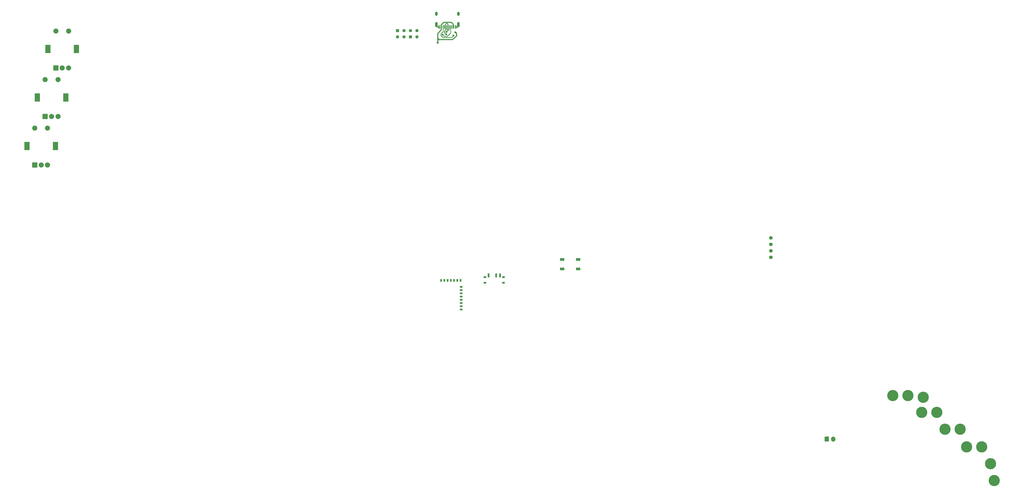
<source format=gbr>
%TF.GenerationSoftware,KiCad,Pcbnew,(5.1.10-1-10_14)*%
%TF.CreationDate,2021-05-29T20:47:56+07:00*%
%TF.ProjectId,geulis,6765756c-6973-42e6-9b69-6361645f7063,rev?*%
%TF.SameCoordinates,Original*%
%TF.FileFunction,Copper,L1,Top*%
%TF.FilePolarity,Positive*%
%FSLAX46Y46*%
G04 Gerber Fmt 4.6, Leading zero omitted, Abs format (unit mm)*
G04 Created by KiCad (PCBNEW (5.1.10-1-10_14)) date 2021-05-29 20:47:56*
%MOMM*%
%LPD*%
G01*
G04 APERTURE LIST*
%TA.AperFunction,SMDPad,CuDef*%
%ADD10R,0.600000X1.450000*%
%TD*%
%TA.AperFunction,SMDPad,CuDef*%
%ADD11R,0.300000X1.450000*%
%TD*%
%TA.AperFunction,ComponentPad*%
%ADD12O,1.000000X2.100000*%
%TD*%
%TA.AperFunction,ComponentPad*%
%ADD13O,1.000000X1.600000*%
%TD*%
%TA.AperFunction,ComponentPad*%
%ADD14R,1.000000X0.650000*%
%TD*%
%TA.AperFunction,ComponentPad*%
%ADD15R,0.650000X1.000000*%
%TD*%
%TA.AperFunction,SMDPad,CuDef*%
%ADD16R,1.700000X1.000000*%
%TD*%
%TA.AperFunction,SMDPad,CuDef*%
%ADD17R,1.000000X0.800000*%
%TD*%
%TA.AperFunction,SMDPad,CuDef*%
%ADD18R,0.700000X1.500000*%
%TD*%
%TA.AperFunction,ComponentPad*%
%ADD19C,1.397000*%
%TD*%
%TA.AperFunction,ComponentPad*%
%ADD20R,1.270000X1.270000*%
%TD*%
%TA.AperFunction,ComponentPad*%
%ADD21O,1.270000X1.270000*%
%TD*%
%TA.AperFunction,ComponentPad*%
%ADD22O,1.700000X2.000000*%
%TD*%
%TA.AperFunction,ComponentPad*%
%ADD23C,4.400000*%
%TD*%
%TA.AperFunction,ComponentPad*%
%ADD24C,2.000000*%
%TD*%
%TA.AperFunction,ComponentPad*%
%ADD25R,2.000000X3.200000*%
%TD*%
%TA.AperFunction,ComponentPad*%
%ADD26R,2.000000X2.000000*%
%TD*%
%TA.AperFunction,ViaPad*%
%ADD27C,0.800000*%
%TD*%
%TA.AperFunction,Conductor*%
%ADD28C,0.381000*%
%TD*%
%TA.AperFunction,Conductor*%
%ADD29C,0.250000*%
%TD*%
%TA.AperFunction,Conductor*%
%ADD30C,0.300000*%
%TD*%
G04 APERTURE END LIST*
D10*
%TO.P,J1,B1*%
%TO.N,GND*%
X188501809Y132008558D03*
%TO.P,J1,A9*%
%TO.N,Net-(F2-Pad2)*%
X189301809Y132008558D03*
%TO.P,J1,B9*%
X194201809Y132008558D03*
%TO.P,J1,B12*%
%TO.N,GND*%
X195001809Y132008558D03*
%TO.P,J1,A1*%
X195001809Y132008558D03*
%TO.P,J1,A4*%
%TO.N,Net-(F2-Pad2)*%
X194201809Y132008558D03*
%TO.P,J1,B4*%
X189301809Y132008558D03*
%TO.P,J1,A12*%
%TO.N,GND*%
X188501809Y132008558D03*
D11*
%TO.P,J1,B8*%
%TO.N,Net-(J1-PadB8)*%
X193501809Y132008558D03*
%TO.P,J1,A5*%
%TO.N,cc1*%
X193001809Y132008558D03*
%TO.P,J1,B7*%
%TO.N,d-*%
X192501809Y132008558D03*
%TO.P,J1,A7*%
X191501809Y132008558D03*
%TO.P,J1,B6*%
%TO.N,d+*%
X191001809Y132008558D03*
%TO.P,J1,A8*%
%TO.N,Net-(J1-PadA8)*%
X190501809Y132008558D03*
%TO.P,J1,B5*%
%TO.N,cc2*%
X190001809Y132008558D03*
%TO.P,J1,A6*%
%TO.N,d+*%
X192001809Y132008558D03*
D12*
%TO.P,J1,S1*%
%TO.N,GND*%
X187431809Y132923558D03*
X196071809Y132923558D03*
D13*
X196071809Y137103558D03*
X187431809Y137103558D03*
%TD*%
D14*
%TO.P,U3,28*%
%TO.N,SDA*%
X197122809Y29926558D03*
%TO.P,U3,30*%
%TO.N,SCL*%
X197122809Y28656558D03*
%TO.P,U3,32*%
%TO.N,/P0.20*%
X197122809Y27386558D03*
%TO.P,U3,34*%
%TO.N,/P0.22*%
X197122809Y26116558D03*
%TO.P,U3,36*%
%TO.N,LED_UNDERGLOW*%
X197122809Y24846558D03*
%TO.P,U3,38*%
%TO.N,/P1.02*%
X197122809Y23576558D03*
%TO.P,U3,40*%
%TO.N,/P1.04*%
X197122809Y22306558D03*
%TO.P,U3,42*%
%TO.N,/P1.06*%
X197122809Y21036558D03*
D15*
%TO.P,U3,14*%
%TO.N,/P0.06*%
X190518809Y32466558D03*
%TO.P,U3,12*%
%TO.N,/P0.26*%
X189248809Y32466558D03*
%TO.P,U3,20*%
%TO.N,/P0.12*%
X194328809Y32466558D03*
%TO.P,U3,16*%
%TO.N,/P0.08*%
X191788809Y32466558D03*
%TO.P,U3,22*%
%TO.N,/P0.07*%
X195598809Y32466558D03*
%TO.P,U3,24*%
%TO.N,GND*%
X196868809Y32466558D03*
%TO.P,U3,18*%
%TO.N,BATTERY_PIN*%
X193058809Y32466558D03*
%TD*%
D16*
%TO.P,SW_RESET1,2*%
%TO.N,GND*%
X243031809Y36938558D03*
X236731809Y36938558D03*
%TO.P,SW_RESET1,1*%
%TO.N,RESET*%
X243031809Y40738558D03*
X236731809Y40738558D03*
%TD*%
D17*
%TO.P,SW67,*%
%TO.N,*%
X206471809Y33788558D03*
X213771809Y33788558D03*
X213771809Y31578558D03*
X206471809Y31578558D03*
D18*
%TO.P,SW67,3*%
%TO.N,Net-(Q2-Pad3)*%
X212371809Y34438558D03*
%TO.P,SW67,2*%
%TO.N,VBAT*%
X210871809Y34438558D03*
%TO.P,SW67,1*%
%TO.N,Net-(SW67-Pad1)*%
X207871809Y34438558D03*
%TD*%
D19*
%TO.P,OL1,4*%
%TO.N,GND*%
X318631809Y49148558D03*
%TO.P,OL1,3*%
%TO.N,EXT_VCC*%
X318631809Y46608558D03*
%TO.P,OL1,2*%
%TO.N,SCL*%
X318631809Y44068558D03*
%TO.P,OL1,1*%
%TO.N,SDA*%
X318631809Y41528558D03*
%TD*%
D20*
%TO.P,J5,1*%
%TO.N,GND*%
X172141809Y130498558D03*
D21*
%TO.P,J5,2*%
%TO.N,DATA+*%
X174681809Y130498558D03*
%TO.P,J5,3*%
%TO.N,DATA-*%
X177221809Y130498558D03*
%TO.P,J5,4*%
%TO.N,VBUS*%
X179761809Y130498558D03*
%TD*%
D22*
%TO.P,J4,2*%
%TO.N,VBAT*%
X343091809Y-29781442D03*
%TO.P,J4,1*%
%TO.N,GND*%
%TA.AperFunction,ComponentPad*%
G36*
G01*
X339741809Y-30531442D02*
X339741809Y-29031442D01*
G75*
G02*
X339991809Y-28781442I250000J0D01*
G01*
X341191809Y-28781442D01*
G75*
G02*
X341441809Y-29031442I0J-250000D01*
G01*
X341441809Y-30531442D01*
G75*
G02*
X341191809Y-30781442I-250000J0D01*
G01*
X339991809Y-30781442D01*
G75*
G02*
X339741809Y-30531442I0J250000D01*
G01*
G37*
%TD.AperFunction*%
%TD*%
D21*
%TO.P,J3,4*%
%TO.N,SWC*%
X172151809Y128118558D03*
%TO.P,J3,3*%
%TO.N,SWD*%
X174691809Y128118558D03*
D20*
%TO.P,J3,2*%
%TO.N,GND*%
X177231809Y128118558D03*
D21*
%TO.P,J3,1*%
%TO.N,nRF_VDD*%
X179771809Y128118558D03*
%TD*%
D12*
%TO.P,J2,S1*%
%TO.N,GND*%
X196071809Y132923558D03*
X187431809Y132923558D03*
D13*
X187431809Y137103558D03*
X196071809Y137103558D03*
%TD*%
D23*
%TO.P,H13,1*%
%TO.N,N/C*%
X386971809Y-25941442D03*
%TD*%
%TO.P,H12,1*%
%TO.N,N/C*%
X377791809Y-19321442D03*
%TD*%
%TO.P,H11,1*%
%TO.N,N/C*%
X372431809Y-12701442D03*
%TD*%
%TO.P,H10,1*%
%TO.N,N/C*%
X406241809Y-46081442D03*
%TD*%
%TO.P,H9,1*%
%TO.N,N/C*%
X395391809Y-32841442D03*
%TD*%
%TO.P,H8,1*%
%TO.N,N/C*%
X404811809Y-39461442D03*
%TD*%
%TO.P,H7,1*%
%TO.N,N/C*%
X383741809Y-19321442D03*
%TD*%
%TO.P,H5,1*%
%TO.N,N/C*%
X366481809Y-12701442D03*
%TD*%
%TO.P,H4,1*%
%TO.N,N/C*%
X401341809Y-32841442D03*
%TD*%
%TO.P,H3,1*%
%TO.N,N/C*%
X392921809Y-25941442D03*
%TD*%
%TO.P,H2,1*%
%TO.N,N/C*%
X378381809Y-13371442D03*
%TD*%
D24*
%TO.P,SW_57_2,S1*%
%TO.N,r8*%
X38946809Y111323558D03*
%TO.P,SW_57_2,S2*%
%TO.N,rot2s2*%
X33946809Y111323558D03*
D25*
%TO.P,SW_57_2,MP*%
%TO.N,N/C*%
X42046809Y104323558D03*
X30846809Y104323558D03*
D24*
%TO.P,SW_57_2,B*%
%TO.N,rot2b*%
X38946809Y96823558D03*
%TO.P,SW_57_2,C*%
%TO.N,GND*%
X36446809Y96823558D03*
D26*
%TO.P,SW_57_2,A*%
%TO.N,rot2a*%
X33946809Y96823558D03*
%TD*%
D24*
%TO.P,SW58_2,S1*%
%TO.N,r9*%
X34876809Y92273558D03*
%TO.P,SW58_2,S2*%
%TO.N,rot3s2*%
X29876809Y92273558D03*
D25*
%TO.P,SW58_2,MP*%
%TO.N,N/C*%
X37976809Y85273558D03*
X26776809Y85273558D03*
D24*
%TO.P,SW58_2,B*%
%TO.N,rot3b*%
X34876809Y77773558D03*
%TO.P,SW58_2,C*%
%TO.N,GND*%
X32376809Y77773558D03*
D26*
%TO.P,SW58_2,A*%
%TO.N,rot3a*%
X29876809Y77773558D03*
%TD*%
D24*
%TO.P,SW29_2,S1*%
%TO.N,r4*%
X43106809Y130373558D03*
%TO.P,SW29_2,S2*%
%TO.N,rot1s2*%
X38106809Y130373558D03*
D25*
%TO.P,SW29_2,MP*%
%TO.N,N/C*%
X46206809Y123373558D03*
X35006809Y123373558D03*
D24*
%TO.P,SW29_2,B*%
%TO.N,rot1b*%
X43106809Y115873558D03*
%TO.P,SW29_2,C*%
%TO.N,GND*%
X40606809Y115873558D03*
D26*
%TO.P,SW29_2,A*%
%TO.N,rot1a*%
X38106809Y115873558D03*
%TD*%
D27*
%TO.N,cc1*%
X189901809Y128928558D03*
%TO.N,d-*%
X191381809Y130008558D03*
%TO.N,d+*%
X191315290Y129010771D03*
%TO.N,cc2*%
X194121809Y128558558D03*
%TO.N,Net-(F2-Pad2)*%
X187901809Y125818558D03*
X194861809Y129888558D03*
%TD*%
D28*
%TO.N,GND*%
X187437119Y132392248D02*
X187437119Y132923558D01*
X187820809Y132008558D02*
X187437119Y132392248D01*
X188501809Y132008558D02*
X187820809Y132008558D01*
X196056499Y132382248D02*
X196056499Y132923558D01*
X195682809Y132008558D02*
X196056499Y132382248D01*
X195001809Y132008558D02*
X195682809Y132008558D01*
D29*
%TO.N,cc1*%
X193001809Y129624288D02*
X193001809Y132008558D01*
X190544597Y128285770D02*
X191663291Y128285770D01*
X191663291Y128285770D02*
X193001809Y129624288D01*
X189901809Y128928558D02*
X190544597Y128285770D01*
D30*
%TO.N,d-*%
X192501809Y131003556D02*
X192501809Y132008558D01*
X192431810Y130933557D02*
X192501809Y131003556D01*
X191501809Y130983558D02*
X191551810Y130933557D01*
X191501809Y132008558D02*
X191501809Y130983558D01*
X192096808Y130723557D02*
X191381809Y130008558D01*
X192096808Y130933557D02*
X192096808Y130723557D01*
X191551810Y130933557D02*
X192096808Y130933557D01*
X192096808Y130933557D02*
X192431810Y130933557D01*
%TO.N,d+*%
X192001809Y133033558D02*
X191726809Y133308558D01*
X192001809Y132008558D02*
X192001809Y133033558D01*
X191726809Y133308558D02*
X191281809Y133308558D01*
X191001809Y133028558D02*
X191001809Y132008558D01*
X191281809Y133308558D02*
X191001809Y133028558D01*
X190631808Y129694253D02*
X191315290Y129010771D01*
X190631808Y130368559D02*
X190631808Y129694253D01*
X191001809Y130738560D02*
X190631808Y130368559D01*
X191001809Y132008558D02*
X191001809Y130738560D01*
D29*
%TO.N,cc2*%
X189176808Y128580557D02*
X189921605Y127835760D01*
X190001809Y130101560D02*
X189176808Y129276559D01*
X189176808Y129276559D02*
X189176808Y128580557D01*
X190001809Y132008558D02*
X190001809Y130101560D01*
X193399011Y127835760D02*
X192154607Y127835760D01*
X194121809Y128558558D02*
X193399011Y127835760D01*
X192154607Y127835760D02*
X192354696Y127835760D01*
X189921605Y127835760D02*
X192154607Y127835760D01*
D28*
%TO.N,Net-(F2-Pad2)*%
X193239201Y133849068D02*
X190316261Y133849068D01*
X194042310Y132168057D02*
X194042310Y133045959D01*
X194042310Y133045959D02*
X193239201Y133849068D01*
X194201809Y132008558D02*
X194042310Y132168057D01*
X189301809Y132834616D02*
X189301809Y132008558D01*
X190316261Y133849068D02*
X189301809Y132834616D01*
X189301809Y132008558D02*
X189301809Y130848558D01*
X189301809Y130848558D02*
X187901809Y129448558D01*
X195261808Y128528615D02*
X193781751Y127048558D01*
X194861809Y129888558D02*
X195261808Y129488559D01*
X195261808Y129488559D02*
X195261808Y128528615D01*
X188381809Y127118558D02*
X187901809Y127598558D01*
X187901809Y127598558D02*
X187901809Y127048558D01*
X187901809Y129448558D02*
X187901809Y127598558D01*
X193781751Y127048558D02*
X188381809Y127048558D01*
X188381809Y127048558D02*
X188381809Y127118558D01*
X188381809Y127048558D02*
X187901809Y127048558D01*
X188381809Y127048558D02*
X188261809Y127048558D01*
X187901809Y126688558D02*
X187901809Y125818558D01*
X188261809Y127048558D02*
X187901809Y126688558D01*
X187901809Y127048558D02*
X187901809Y126688558D01*
%TD*%
M02*

</source>
